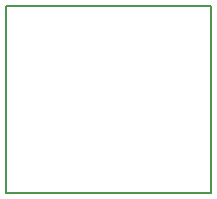
<source format=gko>
%FSLAX24Y24*%
%MOIN*%
G70*
G01*
G75*
G04 Layer_Color=16711935*
%ADD10C,0.0070*%
%ADD11O,0.0354X0.0110*%
%ADD12O,0.0110X0.0354*%
%ADD13R,0.0512X0.0591*%
%ADD14R,0.0250X0.0200*%
%ADD15R,0.0433X0.0472*%
%ADD16R,0.0200X0.0250*%
%ADD17C,0.0060*%
%ADD18C,0.0100*%
%ADD19C,0.0300*%
%ADD20C,0.0320*%
%ADD21C,0.0050*%
%ADD22C,0.0043*%
%ADD23O,0.0414X0.0170*%
%ADD24O,0.0170X0.0414*%
%ADD25R,0.0572X0.0651*%
%ADD26R,0.0310X0.0260*%
%ADD27R,0.0493X0.0532*%
%ADD28R,0.0260X0.0310*%
D17*
X0Y0D02*
X6830D01*
X0D02*
Y6250D01*
X6830D01*
Y0D02*
Y6250D01*
M02*

</source>
